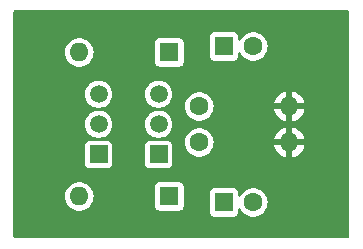
<source format=gbr>
%TF.GenerationSoftware,KiCad,Pcbnew,7.0.9*%
%TF.CreationDate,2024-01-07T22:21:07-08:00*%
%TF.ProjectId,snesypbpr-enhanced,736e6573-7970-4627-9072-2d656e68616e,rev?*%
%TF.SameCoordinates,Original*%
%TF.FileFunction,Copper,L2,Bot*%
%TF.FilePolarity,Positive*%
%FSLAX46Y46*%
G04 Gerber Fmt 4.6, Leading zero omitted, Abs format (unit mm)*
G04 Created by KiCad (PCBNEW 7.0.9) date 2024-01-07 22:21:07*
%MOMM*%
%LPD*%
G01*
G04 APERTURE LIST*
%TA.AperFunction,ComponentPad*%
%ADD10R,1.500000X1.500000*%
%TD*%
%TA.AperFunction,ComponentPad*%
%ADD11C,1.500000*%
%TD*%
%TA.AperFunction,ComponentPad*%
%ADD12R,1.600000X1.600000*%
%TD*%
%TA.AperFunction,ComponentPad*%
%ADD13C,1.600000*%
%TD*%
%TA.AperFunction,ComponentPad*%
%ADD14O,1.600000X1.600000*%
%TD*%
%TA.AperFunction,ViaPad*%
%ADD15C,0.800000*%
%TD*%
G04 APERTURE END LIST*
D10*
%TO.P,Q1,1,E*%
%TO.N,Net-(Q1-E)*%
X122534000Y-67056000D03*
D11*
%TO.P,Q1,2,B*%
%TO.N,Net-(D1-K)*%
X122534000Y-64516000D03*
%TO.P,Q1,3,C*%
%TO.N,+5V*%
X122534000Y-61976000D03*
%TD*%
D12*
%TO.P,C1,1*%
%TO.N,Net-(Q1-E)*%
X128056000Y-57912000D03*
D13*
%TO.P,C1,2*%
%TO.N,Net-(J5-Pin_1)*%
X130556000Y-57912000D03*
%TD*%
D12*
%TO.P,D1,1,K*%
%TO.N,Net-(D1-K)*%
X123444000Y-58420000D03*
D14*
%TO.P,D1,2,A*%
%TO.N,Net-(D1-A)*%
X115824000Y-58420000D03*
%TD*%
D12*
%TO.P,C2,1*%
%TO.N,Net-(Q2-E)*%
X128056000Y-71120000D03*
D13*
%TO.P,C2,2*%
%TO.N,Net-(J6-Pin_1)*%
X130556000Y-71120000D03*
%TD*%
D10*
%TO.P,Q2,1,E*%
%TO.N,Net-(Q2-E)*%
X117454000Y-67056000D03*
D11*
%TO.P,Q2,2,B*%
%TO.N,Net-(D2-K)*%
X117454000Y-64516000D03*
%TO.P,Q2,3,C*%
%TO.N,+5V*%
X117454000Y-61976000D03*
%TD*%
D12*
%TO.P,D2,1,K*%
%TO.N,Net-(D2-K)*%
X123444000Y-70612000D03*
D14*
%TO.P,D2,2,A*%
%TO.N,Net-(D2-A)*%
X115824000Y-70612000D03*
%TD*%
D13*
%TO.P,R1,1*%
%TO.N,Net-(Q1-E)*%
X125984000Y-62992000D03*
D14*
%TO.P,R1,2*%
%TO.N,GND*%
X133604000Y-62992000D03*
%TD*%
D13*
%TO.P,R2,1*%
%TO.N,Net-(Q2-E)*%
X125984000Y-66040000D03*
D14*
%TO.P,R2,2*%
%TO.N,GND*%
X133604000Y-66040000D03*
%TD*%
D15*
%TO.N,GND*%
X133604000Y-69088000D03*
X121920000Y-55880000D03*
X112014000Y-67564000D03*
X133604000Y-60198000D03*
X120142000Y-67310000D03*
X121920000Y-73152000D03*
%TD*%
%TA.AperFunction,Conductor*%
%TO.N,GND*%
G36*
X138627039Y-54883685D02*
G01*
X138672794Y-54936489D01*
X138684000Y-54988000D01*
X138684000Y-74044000D01*
X138664315Y-74111039D01*
X138611511Y-74156794D01*
X138560000Y-74168000D01*
X110360000Y-74168000D01*
X110292961Y-74148315D01*
X110247206Y-74095511D01*
X110236000Y-74044000D01*
X110236000Y-71951517D01*
X126855500Y-71951517D01*
X126866292Y-72019657D01*
X126870354Y-72045304D01*
X126927950Y-72158342D01*
X126927952Y-72158344D01*
X126927954Y-72158347D01*
X127017652Y-72248045D01*
X127017654Y-72248046D01*
X127017658Y-72248050D01*
X127130694Y-72305645D01*
X127130698Y-72305647D01*
X127224475Y-72320499D01*
X127224481Y-72320500D01*
X128887518Y-72320499D01*
X128981304Y-72305646D01*
X129094342Y-72248050D01*
X129184050Y-72158342D01*
X129241646Y-72045304D01*
X129241646Y-72045302D01*
X129241647Y-72045301D01*
X129256499Y-71951524D01*
X129256500Y-71951519D01*
X129256499Y-71730749D01*
X129276183Y-71663712D01*
X129328987Y-71617957D01*
X129398145Y-71608013D01*
X129461701Y-71637038D01*
X129491499Y-71675479D01*
X129530938Y-71754683D01*
X129530943Y-71754691D01*
X129665020Y-71932238D01*
X129829437Y-72082123D01*
X129829439Y-72082125D01*
X130018595Y-72199245D01*
X130018596Y-72199245D01*
X130018599Y-72199247D01*
X130226060Y-72279618D01*
X130444757Y-72320500D01*
X130444759Y-72320500D01*
X130667241Y-72320500D01*
X130667243Y-72320500D01*
X130885940Y-72279618D01*
X131093401Y-72199247D01*
X131282562Y-72082124D01*
X131446981Y-71932236D01*
X131581058Y-71754689D01*
X131680229Y-71555528D01*
X131741115Y-71341536D01*
X131761643Y-71120000D01*
X131741115Y-70898464D01*
X131680229Y-70684472D01*
X131654688Y-70633179D01*
X131581061Y-70485316D01*
X131581056Y-70485308D01*
X131446979Y-70307761D01*
X131282562Y-70157876D01*
X131282560Y-70157874D01*
X131093404Y-70040754D01*
X131093398Y-70040752D01*
X130885940Y-69960382D01*
X130667243Y-69919500D01*
X130444757Y-69919500D01*
X130226060Y-69960382D01*
X130094864Y-70011207D01*
X130018601Y-70040752D01*
X130018595Y-70040754D01*
X129829439Y-70157874D01*
X129829437Y-70157876D01*
X129665020Y-70307761D01*
X129530943Y-70485308D01*
X129530938Y-70485316D01*
X129491499Y-70564521D01*
X129443996Y-70615758D01*
X129376333Y-70633179D01*
X129309992Y-70611253D01*
X129266038Y-70556941D01*
X129256499Y-70509249D01*
X129256499Y-70288482D01*
X129256498Y-70288475D01*
X129241646Y-70194696D01*
X129184050Y-70081658D01*
X129184046Y-70081654D01*
X129184045Y-70081652D01*
X129094347Y-69991954D01*
X129094344Y-69991952D01*
X129094342Y-69991950D01*
X129017517Y-69952805D01*
X128981301Y-69934352D01*
X128887524Y-69919500D01*
X127224482Y-69919500D01*
X127143519Y-69932323D01*
X127130696Y-69934354D01*
X127017658Y-69991950D01*
X127017657Y-69991951D01*
X127017652Y-69991954D01*
X126927954Y-70081652D01*
X126927951Y-70081657D01*
X126870352Y-70194698D01*
X126855500Y-70288475D01*
X126855500Y-71951517D01*
X110236000Y-71951517D01*
X110236000Y-70612000D01*
X114618357Y-70612000D01*
X114638884Y-70833535D01*
X114638885Y-70833537D01*
X114699769Y-71047523D01*
X114699775Y-71047538D01*
X114798938Y-71246683D01*
X114798943Y-71246691D01*
X114933020Y-71424238D01*
X115097437Y-71574123D01*
X115097439Y-71574125D01*
X115286595Y-71691245D01*
X115286596Y-71691245D01*
X115286599Y-71691247D01*
X115494060Y-71771618D01*
X115712757Y-71812500D01*
X115712759Y-71812500D01*
X115935241Y-71812500D01*
X115935243Y-71812500D01*
X116153940Y-71771618D01*
X116361401Y-71691247D01*
X116550562Y-71574124D01*
X116693831Y-71443517D01*
X122243500Y-71443517D01*
X122254292Y-71511657D01*
X122258354Y-71537304D01*
X122315950Y-71650342D01*
X122315952Y-71650344D01*
X122315954Y-71650347D01*
X122405652Y-71740045D01*
X122405654Y-71740046D01*
X122405658Y-71740050D01*
X122518694Y-71797645D01*
X122518698Y-71797647D01*
X122612475Y-71812499D01*
X122612481Y-71812500D01*
X124275518Y-71812499D01*
X124369304Y-71797646D01*
X124482342Y-71740050D01*
X124572050Y-71650342D01*
X124629646Y-71537304D01*
X124629646Y-71537302D01*
X124629647Y-71537301D01*
X124644499Y-71443524D01*
X124644500Y-71443519D01*
X124644499Y-69780482D01*
X124629646Y-69686696D01*
X124572050Y-69573658D01*
X124572046Y-69573654D01*
X124572045Y-69573652D01*
X124482347Y-69483954D01*
X124482344Y-69483952D01*
X124482342Y-69483950D01*
X124405517Y-69444805D01*
X124369301Y-69426352D01*
X124275524Y-69411500D01*
X122612482Y-69411500D01*
X122531519Y-69424323D01*
X122518696Y-69426354D01*
X122405658Y-69483950D01*
X122405657Y-69483951D01*
X122405652Y-69483954D01*
X122315954Y-69573652D01*
X122315951Y-69573657D01*
X122258352Y-69686698D01*
X122243500Y-69780475D01*
X122243500Y-71443517D01*
X116693831Y-71443517D01*
X116714981Y-71424236D01*
X116849058Y-71246689D01*
X116948229Y-71047528D01*
X117009115Y-70833536D01*
X117029643Y-70612000D01*
X117025243Y-70564521D01*
X117009115Y-70390464D01*
X117009114Y-70390462D01*
X116985584Y-70307764D01*
X116948229Y-70176472D01*
X116948224Y-70176461D01*
X116849061Y-69977316D01*
X116849056Y-69977308D01*
X116714979Y-69799761D01*
X116550562Y-69649876D01*
X116550560Y-69649874D01*
X116361404Y-69532754D01*
X116361398Y-69532752D01*
X116153940Y-69452382D01*
X115935243Y-69411500D01*
X115712757Y-69411500D01*
X115494060Y-69452382D01*
X115362864Y-69503207D01*
X115286601Y-69532752D01*
X115286595Y-69532754D01*
X115097439Y-69649874D01*
X115097437Y-69649876D01*
X114933020Y-69799761D01*
X114798943Y-69977308D01*
X114798938Y-69977316D01*
X114699775Y-70176461D01*
X114699769Y-70176476D01*
X114638885Y-70390462D01*
X114638884Y-70390464D01*
X114618357Y-70611999D01*
X114618357Y-70612000D01*
X110236000Y-70612000D01*
X110236000Y-64516000D01*
X116298571Y-64516000D01*
X116318244Y-64728310D01*
X116376596Y-64933392D01*
X116376596Y-64933394D01*
X116471632Y-65124253D01*
X116549801Y-65227764D01*
X116600128Y-65294407D01*
X116757698Y-65438052D01*
X116938981Y-65550298D01*
X117137802Y-65627321D01*
X117310544Y-65659612D01*
X117372823Y-65691279D01*
X117408096Y-65751591D01*
X117405162Y-65821400D01*
X117364953Y-65878540D01*
X117300235Y-65904871D01*
X117287757Y-65905500D01*
X116672482Y-65905500D01*
X116591519Y-65918323D01*
X116578696Y-65920354D01*
X116465658Y-65977950D01*
X116465657Y-65977951D01*
X116465652Y-65977954D01*
X116375954Y-66067652D01*
X116375951Y-66067657D01*
X116318352Y-66180698D01*
X116303500Y-66274475D01*
X116303500Y-67837517D01*
X116314292Y-67905657D01*
X116318354Y-67931304D01*
X116375950Y-68044342D01*
X116375952Y-68044344D01*
X116375954Y-68044347D01*
X116465652Y-68134045D01*
X116465654Y-68134046D01*
X116465658Y-68134050D01*
X116578694Y-68191645D01*
X116578698Y-68191647D01*
X116672475Y-68206499D01*
X116672481Y-68206500D01*
X118235518Y-68206499D01*
X118329304Y-68191646D01*
X118442342Y-68134050D01*
X118532050Y-68044342D01*
X118589646Y-67931304D01*
X118589646Y-67931302D01*
X118589647Y-67931301D01*
X118604499Y-67837524D01*
X118604500Y-67837519D01*
X118604499Y-66274482D01*
X118589646Y-66180696D01*
X118532050Y-66067658D01*
X118532046Y-66067654D01*
X118532045Y-66067652D01*
X118442347Y-65977954D01*
X118442344Y-65977952D01*
X118442342Y-65977950D01*
X118365517Y-65938805D01*
X118329301Y-65920352D01*
X118235524Y-65905500D01*
X117620243Y-65905500D01*
X117553204Y-65885815D01*
X117507449Y-65833011D01*
X117497505Y-65763853D01*
X117526530Y-65700297D01*
X117585308Y-65662523D01*
X117597441Y-65659614D01*
X117770198Y-65627321D01*
X117969019Y-65550298D01*
X118150302Y-65438052D01*
X118307872Y-65294407D01*
X118436366Y-65124255D01*
X118517779Y-64960754D01*
X118531403Y-64933394D01*
X118531403Y-64933393D01*
X118531405Y-64933389D01*
X118589756Y-64728310D01*
X118609429Y-64516000D01*
X121378571Y-64516000D01*
X121398244Y-64728310D01*
X121456596Y-64933392D01*
X121456596Y-64933394D01*
X121551632Y-65124253D01*
X121629801Y-65227764D01*
X121680128Y-65294407D01*
X121837698Y-65438052D01*
X122018981Y-65550298D01*
X122217802Y-65627321D01*
X122390544Y-65659612D01*
X122452823Y-65691279D01*
X122488096Y-65751591D01*
X122485162Y-65821400D01*
X122444953Y-65878540D01*
X122380235Y-65904871D01*
X122367757Y-65905500D01*
X121752482Y-65905500D01*
X121671519Y-65918323D01*
X121658696Y-65920354D01*
X121545658Y-65977950D01*
X121545657Y-65977951D01*
X121545652Y-65977954D01*
X121455954Y-66067652D01*
X121455951Y-66067657D01*
X121398352Y-66180698D01*
X121383500Y-66274475D01*
X121383500Y-67837517D01*
X121394292Y-67905657D01*
X121398354Y-67931304D01*
X121455950Y-68044342D01*
X121455952Y-68044344D01*
X121455954Y-68044347D01*
X121545652Y-68134045D01*
X121545654Y-68134046D01*
X121545658Y-68134050D01*
X121658694Y-68191645D01*
X121658698Y-68191647D01*
X121752475Y-68206499D01*
X121752481Y-68206500D01*
X123315518Y-68206499D01*
X123409304Y-68191646D01*
X123522342Y-68134050D01*
X123612050Y-68044342D01*
X123669646Y-67931304D01*
X123669646Y-67931302D01*
X123669647Y-67931301D01*
X123684499Y-67837524D01*
X123684500Y-67837519D01*
X123684499Y-66274482D01*
X123669646Y-66180696D01*
X123612050Y-66067658D01*
X123612046Y-66067654D01*
X123612045Y-66067652D01*
X123584393Y-66040000D01*
X124778357Y-66040000D01*
X124798884Y-66261535D01*
X124798885Y-66261537D01*
X124859769Y-66475523D01*
X124859775Y-66475538D01*
X124958938Y-66674683D01*
X124958943Y-66674691D01*
X125093020Y-66852238D01*
X125257437Y-67002123D01*
X125257439Y-67002125D01*
X125446595Y-67119245D01*
X125446596Y-67119245D01*
X125446599Y-67119247D01*
X125654060Y-67199618D01*
X125872757Y-67240500D01*
X125872759Y-67240500D01*
X126095241Y-67240500D01*
X126095243Y-67240500D01*
X126313940Y-67199618D01*
X126521401Y-67119247D01*
X126710562Y-67002124D01*
X126874981Y-66852236D01*
X127009058Y-66674689D01*
X127108229Y-66475528D01*
X127169115Y-66261536D01*
X127189643Y-66040000D01*
X127169115Y-65818464D01*
X127161016Y-65789999D01*
X132325127Y-65789999D01*
X132325128Y-65790000D01*
X133288314Y-65790000D01*
X133276359Y-65801955D01*
X133218835Y-65914852D01*
X133199014Y-66040000D01*
X133218835Y-66165148D01*
X133276359Y-66278045D01*
X133288314Y-66290000D01*
X132325128Y-66290000D01*
X132377730Y-66486317D01*
X132377734Y-66486326D01*
X132473865Y-66692482D01*
X132604342Y-66878820D01*
X132765179Y-67039657D01*
X132951517Y-67170134D01*
X133157673Y-67266265D01*
X133157682Y-67266269D01*
X133353999Y-67318872D01*
X133354000Y-67318871D01*
X133354000Y-66355686D01*
X133365955Y-66367641D01*
X133478852Y-66425165D01*
X133572519Y-66440000D01*
X133635481Y-66440000D01*
X133729148Y-66425165D01*
X133842045Y-66367641D01*
X133854000Y-66355686D01*
X133854000Y-67318872D01*
X134050317Y-67266269D01*
X134050326Y-67266265D01*
X134256482Y-67170134D01*
X134442820Y-67039657D01*
X134603657Y-66878820D01*
X134734134Y-66692482D01*
X134830265Y-66486326D01*
X134830269Y-66486317D01*
X134882872Y-66290000D01*
X133919686Y-66290000D01*
X133931641Y-66278045D01*
X133989165Y-66165148D01*
X134008986Y-66040000D01*
X133989165Y-65914852D01*
X133931641Y-65801955D01*
X133919686Y-65790000D01*
X134882872Y-65790000D01*
X134882872Y-65789999D01*
X134830269Y-65593682D01*
X134830265Y-65593673D01*
X134734134Y-65387517D01*
X134603657Y-65201179D01*
X134442820Y-65040342D01*
X134256482Y-64909865D01*
X134050328Y-64813734D01*
X133854000Y-64761127D01*
X133854000Y-65724314D01*
X133842045Y-65712359D01*
X133729148Y-65654835D01*
X133635481Y-65640000D01*
X133572519Y-65640000D01*
X133478852Y-65654835D01*
X133365955Y-65712359D01*
X133354000Y-65724314D01*
X133354000Y-64761127D01*
X133157671Y-64813734D01*
X132951517Y-64909865D01*
X132765179Y-65040342D01*
X132604342Y-65201179D01*
X132473865Y-65387517D01*
X132377734Y-65593673D01*
X132377730Y-65593682D01*
X132325127Y-65789999D01*
X127161016Y-65789999D01*
X127108229Y-65604472D01*
X127108224Y-65604461D01*
X127009061Y-65405316D01*
X127009056Y-65405308D01*
X126874979Y-65227761D01*
X126710562Y-65077876D01*
X126710560Y-65077874D01*
X126521404Y-64960754D01*
X126521398Y-64960752D01*
X126313940Y-64880382D01*
X126095243Y-64839500D01*
X125872757Y-64839500D01*
X125654060Y-64880382D01*
X125577956Y-64909865D01*
X125446601Y-64960752D01*
X125446595Y-64960754D01*
X125257439Y-65077874D01*
X125257437Y-65077876D01*
X125093020Y-65227761D01*
X124958943Y-65405308D01*
X124958938Y-65405316D01*
X124859775Y-65604461D01*
X124859769Y-65604476D01*
X124798885Y-65818462D01*
X124798884Y-65818464D01*
X124778357Y-66039999D01*
X124778357Y-66040000D01*
X123584393Y-66040000D01*
X123522347Y-65977954D01*
X123522344Y-65977952D01*
X123522342Y-65977950D01*
X123445517Y-65938805D01*
X123409301Y-65920352D01*
X123315524Y-65905500D01*
X122700243Y-65905500D01*
X122633204Y-65885815D01*
X122587449Y-65833011D01*
X122577505Y-65763853D01*
X122606530Y-65700297D01*
X122665308Y-65662523D01*
X122677441Y-65659614D01*
X122850198Y-65627321D01*
X123049019Y-65550298D01*
X123230302Y-65438052D01*
X123387872Y-65294407D01*
X123516366Y-65124255D01*
X123597779Y-64960754D01*
X123611403Y-64933394D01*
X123611403Y-64933393D01*
X123611405Y-64933389D01*
X123669756Y-64728310D01*
X123689429Y-64516000D01*
X123669756Y-64303690D01*
X123611405Y-64098611D01*
X123611403Y-64098606D01*
X123611403Y-64098605D01*
X123516367Y-63907746D01*
X123387872Y-63737593D01*
X123230302Y-63593948D01*
X123049019Y-63481702D01*
X123049017Y-63481701D01*
X122909204Y-63427538D01*
X122850198Y-63404679D01*
X122653385Y-63367888D01*
X122591106Y-63336221D01*
X122555833Y-63275908D01*
X122558767Y-63206100D01*
X122598976Y-63148960D01*
X122653384Y-63124111D01*
X122850198Y-63087321D01*
X123049019Y-63010298D01*
X123078571Y-62992000D01*
X124778357Y-62992000D01*
X124798884Y-63213535D01*
X124798885Y-63213537D01*
X124859769Y-63427523D01*
X124859775Y-63427538D01*
X124958938Y-63626683D01*
X124958943Y-63626691D01*
X125093020Y-63804238D01*
X125257437Y-63954123D01*
X125257439Y-63954125D01*
X125446595Y-64071245D01*
X125446596Y-64071245D01*
X125446599Y-64071247D01*
X125654060Y-64151618D01*
X125872757Y-64192500D01*
X125872759Y-64192500D01*
X126095241Y-64192500D01*
X126095243Y-64192500D01*
X126313940Y-64151618D01*
X126521401Y-64071247D01*
X126710562Y-63954124D01*
X126874981Y-63804236D01*
X127009058Y-63626689D01*
X127108229Y-63427528D01*
X127169115Y-63213536D01*
X127189643Y-62992000D01*
X127169115Y-62770464D01*
X127161016Y-62741999D01*
X132325127Y-62741999D01*
X132325128Y-62742000D01*
X133288314Y-62742000D01*
X133276359Y-62753955D01*
X133218835Y-62866852D01*
X133199014Y-62992000D01*
X133218835Y-63117148D01*
X133276359Y-63230045D01*
X133288314Y-63242000D01*
X132325128Y-63242000D01*
X132377730Y-63438317D01*
X132377734Y-63438326D01*
X132473865Y-63644482D01*
X132604342Y-63830820D01*
X132765179Y-63991657D01*
X132951517Y-64122134D01*
X133157673Y-64218265D01*
X133157682Y-64218269D01*
X133353999Y-64270872D01*
X133354000Y-64270871D01*
X133354000Y-63307686D01*
X133365955Y-63319641D01*
X133478852Y-63377165D01*
X133572519Y-63392000D01*
X133635481Y-63392000D01*
X133729148Y-63377165D01*
X133842045Y-63319641D01*
X133854000Y-63307686D01*
X133854000Y-64270872D01*
X134050317Y-64218269D01*
X134050326Y-64218265D01*
X134256482Y-64122134D01*
X134442820Y-63991657D01*
X134603657Y-63830820D01*
X134734134Y-63644482D01*
X134830265Y-63438326D01*
X134830269Y-63438317D01*
X134882872Y-63242000D01*
X133919686Y-63242000D01*
X133931641Y-63230045D01*
X133989165Y-63117148D01*
X134008986Y-62992000D01*
X133989165Y-62866852D01*
X133931641Y-62753955D01*
X133919686Y-62742000D01*
X134882872Y-62742000D01*
X134882872Y-62741999D01*
X134830269Y-62545682D01*
X134830265Y-62545673D01*
X134734134Y-62339517D01*
X134603657Y-62153179D01*
X134442820Y-61992342D01*
X134256482Y-61861865D01*
X134050328Y-61765734D01*
X133854000Y-61713127D01*
X133854000Y-62676314D01*
X133842045Y-62664359D01*
X133729148Y-62606835D01*
X133635481Y-62592000D01*
X133572519Y-62592000D01*
X133478852Y-62606835D01*
X133365955Y-62664359D01*
X133354000Y-62676314D01*
X133354000Y-61713127D01*
X133157671Y-61765734D01*
X132951517Y-61861865D01*
X132765179Y-61992342D01*
X132604342Y-62153179D01*
X132473865Y-62339517D01*
X132377734Y-62545673D01*
X132377730Y-62545682D01*
X132325127Y-62741999D01*
X127161016Y-62741999D01*
X127108229Y-62556472D01*
X127108224Y-62556461D01*
X127009061Y-62357316D01*
X127009056Y-62357308D01*
X126874979Y-62179761D01*
X126710562Y-62029876D01*
X126710560Y-62029874D01*
X126521404Y-61912754D01*
X126521398Y-61912752D01*
X126313940Y-61832382D01*
X126095243Y-61791500D01*
X125872757Y-61791500D01*
X125654060Y-61832382D01*
X125577956Y-61861865D01*
X125446601Y-61912752D01*
X125446595Y-61912754D01*
X125257439Y-62029874D01*
X125257437Y-62029876D01*
X125093020Y-62179761D01*
X124958943Y-62357308D01*
X124958938Y-62357316D01*
X124859775Y-62556461D01*
X124859769Y-62556476D01*
X124798885Y-62770462D01*
X124798884Y-62770464D01*
X124778357Y-62991999D01*
X124778357Y-62992000D01*
X123078571Y-62992000D01*
X123230302Y-62898052D01*
X123387872Y-62754407D01*
X123516366Y-62584255D01*
X123611405Y-62393389D01*
X123669756Y-62188310D01*
X123689429Y-61976000D01*
X123669756Y-61763690D01*
X123611405Y-61558611D01*
X123611403Y-61558606D01*
X123611403Y-61558605D01*
X123516367Y-61367746D01*
X123387872Y-61197593D01*
X123230302Y-61053948D01*
X123049019Y-60941702D01*
X123049017Y-60941701D01*
X122949608Y-60903190D01*
X122850198Y-60864679D01*
X122640610Y-60825500D01*
X122427390Y-60825500D01*
X122217802Y-60864679D01*
X122217799Y-60864679D01*
X122217799Y-60864680D01*
X122018982Y-60941701D01*
X122018980Y-60941702D01*
X121837699Y-61053947D01*
X121680127Y-61197593D01*
X121551632Y-61367746D01*
X121456596Y-61558605D01*
X121456596Y-61558607D01*
X121398244Y-61763689D01*
X121378571Y-61975999D01*
X121378571Y-61976000D01*
X121398244Y-62188310D01*
X121456596Y-62393392D01*
X121456596Y-62393394D01*
X121551632Y-62584253D01*
X121680127Y-62754406D01*
X121680128Y-62754407D01*
X121837698Y-62898052D01*
X122018981Y-63010298D01*
X122217802Y-63087321D01*
X122414613Y-63124111D01*
X122476893Y-63155779D01*
X122512166Y-63216092D01*
X122509232Y-63285900D01*
X122469023Y-63343040D01*
X122414613Y-63367888D01*
X122217802Y-63404679D01*
X122217799Y-63404679D01*
X122217799Y-63404680D01*
X122018982Y-63481701D01*
X122018980Y-63481702D01*
X121837699Y-63593947D01*
X121680127Y-63737593D01*
X121551632Y-63907746D01*
X121456596Y-64098605D01*
X121456596Y-64098607D01*
X121398244Y-64303689D01*
X121378571Y-64515999D01*
X121378571Y-64516000D01*
X118609429Y-64516000D01*
X118589756Y-64303690D01*
X118531405Y-64098611D01*
X118531403Y-64098606D01*
X118531403Y-64098605D01*
X118436367Y-63907746D01*
X118307872Y-63737593D01*
X118150302Y-63593948D01*
X117969019Y-63481702D01*
X117969017Y-63481701D01*
X117829204Y-63427538D01*
X117770198Y-63404679D01*
X117573385Y-63367888D01*
X117511106Y-63336221D01*
X117475833Y-63275908D01*
X117478767Y-63206100D01*
X117518976Y-63148960D01*
X117573384Y-63124111D01*
X117770198Y-63087321D01*
X117969019Y-63010298D01*
X118150302Y-62898052D01*
X118307872Y-62754407D01*
X118436366Y-62584255D01*
X118531405Y-62393389D01*
X118589756Y-62188310D01*
X118609429Y-61976000D01*
X118589756Y-61763690D01*
X118531405Y-61558611D01*
X118531403Y-61558606D01*
X118531403Y-61558605D01*
X118436367Y-61367746D01*
X118307872Y-61197593D01*
X118150302Y-61053948D01*
X117969019Y-60941702D01*
X117969017Y-60941701D01*
X117869608Y-60903190D01*
X117770198Y-60864679D01*
X117560610Y-60825500D01*
X117347390Y-60825500D01*
X117137802Y-60864679D01*
X117137799Y-60864679D01*
X117137799Y-60864680D01*
X116938982Y-60941701D01*
X116938980Y-60941702D01*
X116757699Y-61053947D01*
X116600127Y-61197593D01*
X116471632Y-61367746D01*
X116376596Y-61558605D01*
X116376596Y-61558607D01*
X116318244Y-61763689D01*
X116298571Y-61975999D01*
X116298571Y-61976000D01*
X116318244Y-62188310D01*
X116376596Y-62393392D01*
X116376596Y-62393394D01*
X116471632Y-62584253D01*
X116600127Y-62754406D01*
X116600128Y-62754407D01*
X116757698Y-62898052D01*
X116938981Y-63010298D01*
X117137802Y-63087321D01*
X117334613Y-63124111D01*
X117396893Y-63155779D01*
X117432166Y-63216092D01*
X117429232Y-63285900D01*
X117389023Y-63343040D01*
X117334613Y-63367888D01*
X117137802Y-63404679D01*
X117137799Y-63404679D01*
X117137799Y-63404680D01*
X116938982Y-63481701D01*
X116938980Y-63481702D01*
X116757699Y-63593947D01*
X116600127Y-63737593D01*
X116471632Y-63907746D01*
X116376596Y-64098605D01*
X116376596Y-64098607D01*
X116318244Y-64303689D01*
X116298571Y-64515999D01*
X116298571Y-64516000D01*
X110236000Y-64516000D01*
X110236000Y-58420000D01*
X114618357Y-58420000D01*
X114638884Y-58641535D01*
X114638885Y-58641537D01*
X114699769Y-58855523D01*
X114699775Y-58855538D01*
X114798938Y-59054683D01*
X114798943Y-59054691D01*
X114933020Y-59232238D01*
X115097437Y-59382123D01*
X115097439Y-59382125D01*
X115286595Y-59499245D01*
X115286596Y-59499245D01*
X115286599Y-59499247D01*
X115494060Y-59579618D01*
X115712757Y-59620500D01*
X115712759Y-59620500D01*
X115935241Y-59620500D01*
X115935243Y-59620500D01*
X116153940Y-59579618D01*
X116361401Y-59499247D01*
X116550562Y-59382124D01*
X116693831Y-59251517D01*
X122243500Y-59251517D01*
X122254292Y-59319657D01*
X122258354Y-59345304D01*
X122315950Y-59458342D01*
X122315952Y-59458344D01*
X122315954Y-59458347D01*
X122405652Y-59548045D01*
X122405654Y-59548046D01*
X122405658Y-59548050D01*
X122518694Y-59605645D01*
X122518698Y-59605647D01*
X122612475Y-59620499D01*
X122612481Y-59620500D01*
X124275518Y-59620499D01*
X124369304Y-59605646D01*
X124482342Y-59548050D01*
X124572050Y-59458342D01*
X124629646Y-59345304D01*
X124629646Y-59345302D01*
X124629647Y-59345301D01*
X124644499Y-59251524D01*
X124644500Y-59251519D01*
X124644500Y-58743517D01*
X126855500Y-58743517D01*
X126866292Y-58811657D01*
X126870354Y-58837304D01*
X126927950Y-58950342D01*
X126927952Y-58950344D01*
X126927954Y-58950347D01*
X127017652Y-59040045D01*
X127017654Y-59040046D01*
X127017658Y-59040050D01*
X127130694Y-59097645D01*
X127130698Y-59097647D01*
X127224475Y-59112499D01*
X127224481Y-59112500D01*
X128887518Y-59112499D01*
X128981304Y-59097646D01*
X129094342Y-59040050D01*
X129184050Y-58950342D01*
X129241646Y-58837304D01*
X129241646Y-58837302D01*
X129241647Y-58837301D01*
X129256499Y-58743524D01*
X129256500Y-58743519D01*
X129256499Y-58522749D01*
X129276183Y-58455712D01*
X129328987Y-58409957D01*
X129398145Y-58400013D01*
X129461701Y-58429038D01*
X129491499Y-58467479D01*
X129530938Y-58546683D01*
X129530943Y-58546691D01*
X129665020Y-58724238D01*
X129829437Y-58874123D01*
X129829439Y-58874125D01*
X130018595Y-58991245D01*
X130018596Y-58991245D01*
X130018599Y-58991247D01*
X130226060Y-59071618D01*
X130444757Y-59112500D01*
X130444759Y-59112500D01*
X130667241Y-59112500D01*
X130667243Y-59112500D01*
X130885940Y-59071618D01*
X131093401Y-58991247D01*
X131282562Y-58874124D01*
X131446981Y-58724236D01*
X131581058Y-58546689D01*
X131680229Y-58347528D01*
X131741115Y-58133536D01*
X131761643Y-57912000D01*
X131741115Y-57690464D01*
X131680229Y-57476472D01*
X131680224Y-57476461D01*
X131581061Y-57277316D01*
X131581056Y-57277308D01*
X131446979Y-57099761D01*
X131282562Y-56949876D01*
X131282560Y-56949874D01*
X131093404Y-56832754D01*
X131093398Y-56832752D01*
X130885940Y-56752382D01*
X130667243Y-56711500D01*
X130444757Y-56711500D01*
X130226060Y-56752382D01*
X130094864Y-56803207D01*
X130018601Y-56832752D01*
X130018595Y-56832754D01*
X129829439Y-56949874D01*
X129829437Y-56949876D01*
X129665020Y-57099761D01*
X129530943Y-57277308D01*
X129530938Y-57277316D01*
X129491499Y-57356521D01*
X129443996Y-57407758D01*
X129376333Y-57425179D01*
X129309992Y-57403253D01*
X129266038Y-57348941D01*
X129256499Y-57301249D01*
X129256499Y-57080482D01*
X129256498Y-57080475D01*
X129241646Y-56986696D01*
X129184050Y-56873658D01*
X129184046Y-56873654D01*
X129184045Y-56873652D01*
X129094347Y-56783954D01*
X129094344Y-56783952D01*
X129094342Y-56783950D01*
X129017517Y-56744805D01*
X128981301Y-56726352D01*
X128887524Y-56711500D01*
X127224482Y-56711500D01*
X127143519Y-56724323D01*
X127130696Y-56726354D01*
X127017658Y-56783950D01*
X127017657Y-56783951D01*
X127017652Y-56783954D01*
X126927954Y-56873652D01*
X126927951Y-56873657D01*
X126870352Y-56986698D01*
X126855500Y-57080475D01*
X126855500Y-58743517D01*
X124644500Y-58743517D01*
X124644499Y-57588482D01*
X124629646Y-57494696D01*
X124572050Y-57381658D01*
X124572046Y-57381654D01*
X124572045Y-57381652D01*
X124482347Y-57291954D01*
X124482344Y-57291952D01*
X124482342Y-57291950D01*
X124405517Y-57252805D01*
X124369301Y-57234352D01*
X124275524Y-57219500D01*
X122612482Y-57219500D01*
X122531519Y-57232323D01*
X122518696Y-57234354D01*
X122405658Y-57291950D01*
X122405657Y-57291951D01*
X122405652Y-57291954D01*
X122315954Y-57381652D01*
X122315951Y-57381657D01*
X122258352Y-57494698D01*
X122243500Y-57588475D01*
X122243500Y-59251517D01*
X116693831Y-59251517D01*
X116714981Y-59232236D01*
X116849058Y-59054689D01*
X116948229Y-58855528D01*
X117009115Y-58641536D01*
X117029643Y-58420000D01*
X117009115Y-58198464D01*
X116948229Y-57984472D01*
X116948224Y-57984461D01*
X116849061Y-57785316D01*
X116849056Y-57785308D01*
X116714979Y-57607761D01*
X116550562Y-57457876D01*
X116550560Y-57457874D01*
X116361404Y-57340754D01*
X116361398Y-57340752D01*
X116153940Y-57260382D01*
X115935243Y-57219500D01*
X115712757Y-57219500D01*
X115494060Y-57260382D01*
X115362864Y-57311207D01*
X115286601Y-57340752D01*
X115286595Y-57340754D01*
X115097439Y-57457874D01*
X115097437Y-57457876D01*
X114933020Y-57607761D01*
X114798943Y-57785308D01*
X114798938Y-57785316D01*
X114699775Y-57984461D01*
X114699769Y-57984476D01*
X114638885Y-58198462D01*
X114638884Y-58198464D01*
X114618357Y-58419999D01*
X114618357Y-58420000D01*
X110236000Y-58420000D01*
X110236000Y-54988000D01*
X110255685Y-54920961D01*
X110308489Y-54875206D01*
X110360000Y-54864000D01*
X138560000Y-54864000D01*
X138627039Y-54883685D01*
G37*
%TD.AperFunction*%
%TD*%
M02*

</source>
